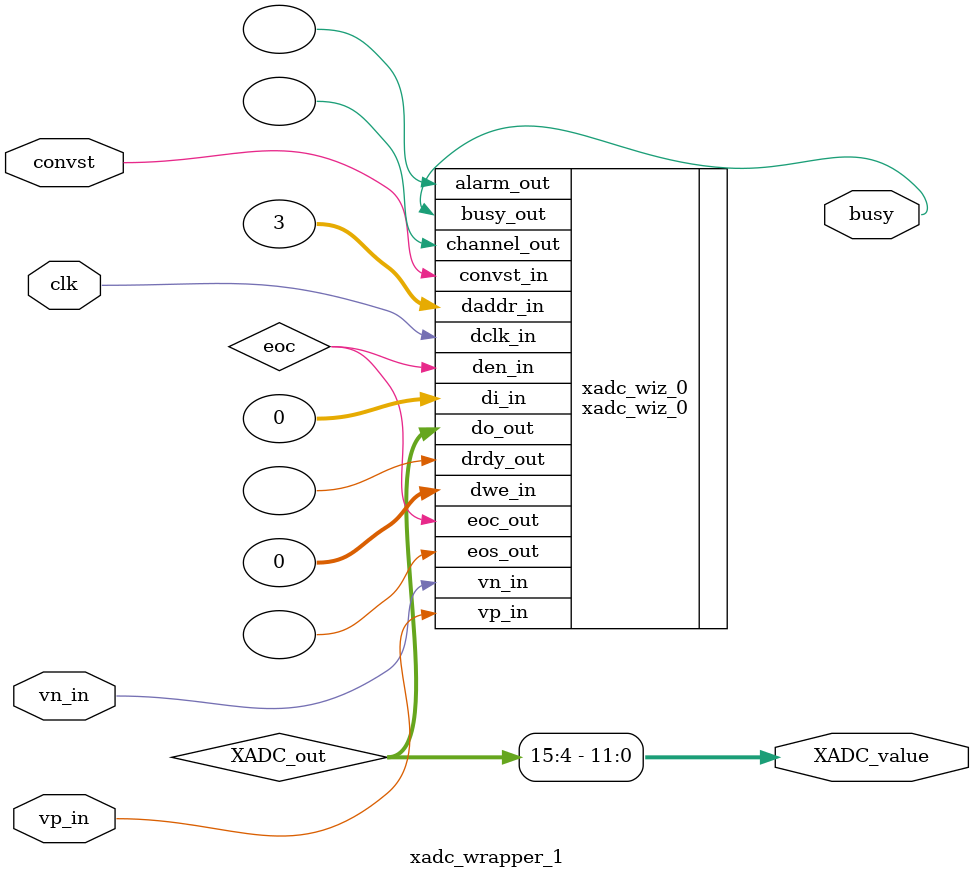
<source format=v>
module xadc_wrapper_1 (
    input clk,            // clock
    input convst,         // Start convert
    input vp_in,          // Dedicated analog input (+)
    input vn_in,          // Dedicated analog input (-)
    output busy,          // Busy during conversion
    output  [11:0] XADC_value);   // XADC readout (MSB 12 bits of 16 bit dataword)

    // Tie this to the ADC code created by the wizard

    wire [15:0] XADC_out; 
    assign XADC_value=XADC_out[15:4];   // Only 12 MSBs significant       
    
    wire eoc;

    xadc_wiz_0 xadc_wiz_0
          (.convst_in(convst),  // Event driven
          .daddr_in(3),            // dedicated analog inputs
          .dclk_in(clk),           // Clock input for the dynamic reconfiguration port
          .den_in(eoc),              // Data enable. Tying this to eoc is the magic bullet!!
          .di_in(0),
          .dwe_in(0),              // Write enable
          .busy_out(busy),             // ADC Busy signal
          .channel_out(),          // Channel Selection Outputs
          .do_out(XADC_out),       // Data out
          .drdy_out(),             // Data ready
          .eoc_out(eoc),           // End of Conversion Signal
          .eos_out(),              // End of Sequence Signal
          .alarm_out(),            // OR'ed output of all the Alarms    
          .vp_in(vp_in),           // Dedicated Analog Input Pair
          .vn_in(vn_in));   
  
  
  
endmodule

</source>
